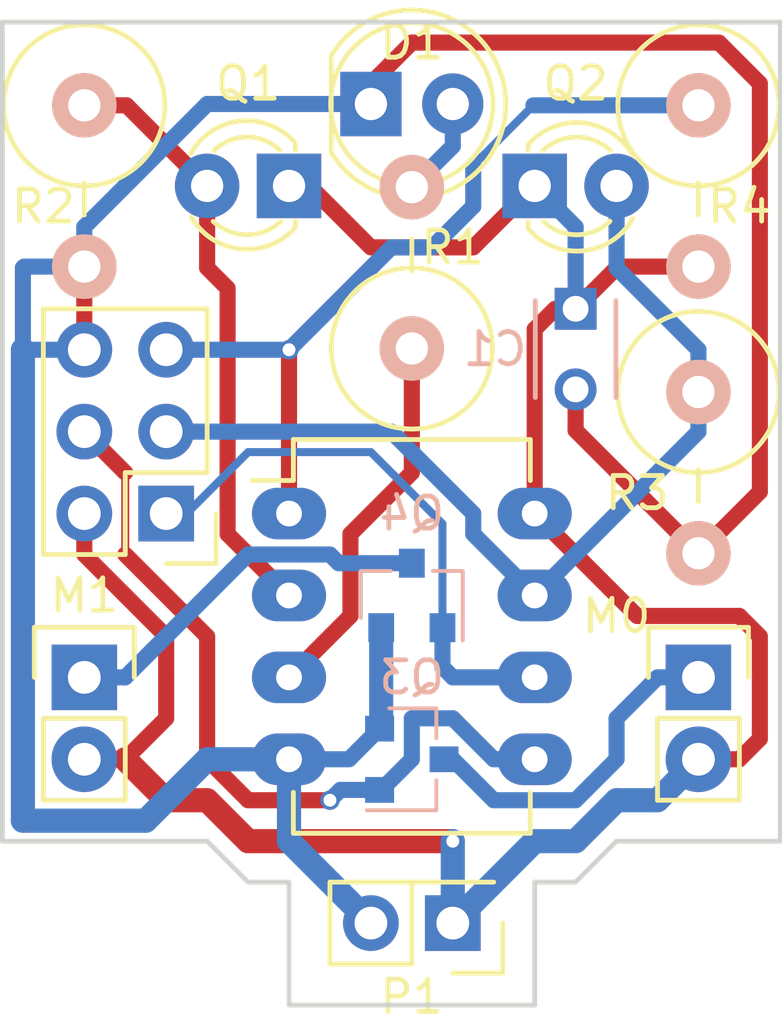
<source format=kicad_pcb>
(kicad_pcb (version 4) (host pcbnew 4.0.5)

  (general
    (links 31)
    (no_connects 0)
    (area 135.49412 62.144 165.053334 96.631)
    (thickness 1.6)
    (drawings 13)
    (tracks 127)
    (zones 0)
    (modules 15)
    (nets 12)
  )

  (page A4)
  (layers
    (0 F.Cu signal)
    (31 B.Cu signal)
    (32 B.Adhes user)
    (33 F.Adhes user)
    (34 B.Paste user)
    (35 F.Paste user)
    (36 B.SilkS user)
    (37 F.SilkS user)
    (38 B.Mask user)
    (39 F.Mask user)
    (40 Dwgs.User user)
    (41 Cmts.User user)
    (42 Eco1.User user)
    (43 Eco2.User user)
    (44 Edge.Cuts user)
    (45 Margin user)
    (46 B.CrtYd user)
    (47 F.CrtYd user)
    (48 B.Fab user)
    (49 F.Fab user)
  )

  (setup
    (last_trace_width 0.5)
    (user_trace_width 0.25)
    (user_trace_width 0.5)
    (user_trace_width 0.75)
    (user_trace_width 1)
    (trace_clearance 0.2)
    (zone_clearance 0.508)
    (zone_45_only no)
    (trace_min 0.2)
    (segment_width 0.2)
    (edge_width 0.15)
    (via_size 0.6)
    (via_drill 0.4)
    (via_min_size 0.4)
    (via_min_drill 0.3)
    (uvia_size 0.3)
    (uvia_drill 0.1)
    (uvias_allowed no)
    (uvia_min_size 0.2)
    (uvia_min_drill 0.1)
    (pcb_text_width 0.3)
    (pcb_text_size 1.5 1.5)
    (mod_edge_width 0.15)
    (mod_text_size 1 1)
    (mod_text_width 0.15)
    (pad_size 2.032 2.032)
    (pad_drill 1.016)
    (pad_to_mask_clearance 0.2)
    (aux_axis_origin 0 0)
    (grid_origin 149.86 82.296)
    (visible_elements FFFFFF7F)
    (pcbplotparams
      (layerselection 0x00030_80000001)
      (usegerberextensions false)
      (excludeedgelayer true)
      (linewidth 0.100000)
      (plotframeref false)
      (viasonmask false)
      (mode 1)
      (useauxorigin false)
      (hpglpennumber 1)
      (hpglpenspeed 20)
      (hpglpendiameter 15)
      (hpglpenoverlay 2)
      (psnegative false)
      (psa4output false)
      (plotreference true)
      (plotvalue true)
      (plotinvisibletext false)
      (padsonsilk false)
      (subtractmaskfromsilk false)
      (outputformat 1)
      (mirror false)
      (drillshape 1)
      (scaleselection 1)
      (outputdirectory ""))
  )

  (net 0 "")
  (net 1 +3V3)
  (net 2 GND)
  (net 3 "Net-(D1-Pad2)")
  (net 4 PB5)
  (net 5 "Net-(IC1-Pad2)")
  (net 6 "Net-(IC1-Pad3)")
  (net 7 PB0)
  (net 8 PB1)
  (net 9 "Net-(IC1-Pad7)")
  (net 10 "Net-(M0-Pad1)")
  (net 11 "Net-(M1-Pad1)")

  (net_class Default "This is the default net class."
    (clearance 0.2)
    (trace_width 0.25)
    (via_dia 0.6)
    (via_drill 0.4)
    (uvia_dia 0.3)
    (uvia_drill 0.1)
    (add_net +3V3)
    (add_net GND)
    (add_net "Net-(D1-Pad2)")
    (add_net "Net-(IC1-Pad2)")
    (add_net "Net-(IC1-Pad3)")
    (add_net "Net-(IC1-Pad7)")
    (add_net "Net-(M0-Pad1)")
    (add_net "Net-(M1-Pad1)")
    (add_net PB0)
    (add_net PB1)
    (add_net PB5)
  )

  (net_class Large ""
    (clearance 0.2)
    (trace_width 0.75)
    (via_dia 0.6)
    (via_drill 0.4)
    (uvia_dia 0.3)
    (uvia_drill 0.1)
  )

  (net_class Medium ""
    (clearance 0.2)
    (trace_width 0.5)
    (via_dia 0.6)
    (via_drill 0.4)
    (uvia_dia 0.3)
    (uvia_drill 0.1)
  )

  (module Capacitors_ThroughHole:C_Disc_D3_P2.5 (layer B.Cu) (tedit 586B3F77) (tstamp 5863FFB3)
    (at 156.21 73.406 270)
    (descr "Capacitor 3mm Disc, Pitch 2.5mm")
    (tags Capacitor)
    (path /58603FF2)
    (fp_text reference C1 (at 1.25 2.5 360) (layer B.SilkS)
      (effects (font (size 1 1) (thickness 0.15)) (justify mirror))
    )
    (fp_text value 10uf (at 1.25 -2.5 270) (layer B.Fab) hide
      (effects (font (size 1 1) (thickness 0.15)) (justify mirror))
    )
    (fp_line (start -0.9 1.5) (end 3.4 1.5) (layer B.CrtYd) (width 0.05))
    (fp_line (start 3.4 1.5) (end 3.4 -1.5) (layer B.CrtYd) (width 0.05))
    (fp_line (start 3.4 -1.5) (end -0.9 -1.5) (layer B.CrtYd) (width 0.05))
    (fp_line (start -0.9 -1.5) (end -0.9 1.5) (layer B.CrtYd) (width 0.05))
    (fp_line (start -0.25 1.25) (end 2.75 1.25) (layer B.SilkS) (width 0.15))
    (fp_line (start 2.75 -1.25) (end -0.25 -1.25) (layer B.SilkS) (width 0.15))
    (pad 1 thru_hole rect (at 0 0 270) (size 1.3 1.3) (drill 0.8) (layers *.Cu *.Mask)
      (net 1 +3V3))
    (pad 2 thru_hole circle (at 2.5 0 270) (size 1.3 1.3) (drill 0.8001) (layers *.Cu *.Mask)
      (net 2 GND))
    (model Capacitors_ThroughHole.3dshapes/C_Disc_D3_P2.5.wrl
      (at (xyz 0.0492126 0 0))
      (scale (xyz 1 1 1))
      (rotate (xyz 0 0 0))
    )
  )

  (module LEDs:LED-5MM (layer F.Cu) (tedit 586B3ECA) (tstamp 5863FFBF)
    (at 149.86 67.056)
    (descr "LED 5mm round vertical")
    (tags "LED 5mm round vertical")
    (path /585EB84A)
    (fp_text reference D1 (at 1.27 -1.905) (layer F.SilkS)
      (effects (font (size 1 1) (thickness 0.15)))
    )
    (fp_text value "Red LED" (at 1.524 -3.937) (layer F.Fab) hide
      (effects (font (size 1 1) (thickness 0.15)))
    )
    (fp_line (start -1.5 -1.55) (end -1.5 1.55) (layer F.CrtYd) (width 0.05))
    (fp_arc (start 1.3 0) (end -1.5 1.55) (angle -302) (layer F.CrtYd) (width 0.05))
    (fp_arc (start 1.27 0) (end -1.23 -1.5) (angle 297.5) (layer F.SilkS) (width 0.15))
    (fp_line (start -1.23 1.5) (end -1.23 -1.5) (layer F.SilkS) (width 0.15))
    (fp_circle (center 1.27 0) (end 0.97 -2.5) (layer F.SilkS) (width 0.15))
    (fp_text user K (at -1.905 1.905) (layer F.SilkS) hide
      (effects (font (size 1 1) (thickness 0.15)))
    )
    (pad 1 thru_hole rect (at 0 0 90) (size 2 1.9) (drill 1.00076) (layers *.Cu *.Mask)
      (net 2 GND))
    (pad 2 thru_hole circle (at 2.54 0) (size 1.9 1.9) (drill 1.00076) (layers *.Cu *.Mask)
      (net 3 "Net-(D1-Pad2)"))
    (model LEDs.3dshapes/LED-5MM.wrl
      (at (xyz 0.05 0 0))
      (scale (xyz 1 1 1))
      (rotate (xyz 0 0 90))
    )
  )

  (module Housings_DIP:DIP-8_W7.62mm_LongPads (layer F.Cu) (tedit 586AB911) (tstamp 5863FFD6)
    (at 147.32 79.756)
    (descr "8-lead dip package, row spacing 7.62 mm (300 mils), longer pads")
    (tags "dil dip 2.54 300")
    (path /585D596B)
    (fp_text reference IC1 (at 3.81 10.16) (layer F.SilkS) hide
      (effects (font (size 1 1) (thickness 0.15)))
    )
    (fp_text value ATTINY85-P (at 0 -3.72) (layer F.Fab) hide
      (effects (font (size 1 1) (thickness 0.15)))
    )
    (fp_line (start -1.4 -2.45) (end -1.4 10.1) (layer F.CrtYd) (width 0.05))
    (fp_line (start 9 -2.45) (end 9 10.1) (layer F.CrtYd) (width 0.05))
    (fp_line (start -1.4 -2.45) (end 9 -2.45) (layer F.CrtYd) (width 0.05))
    (fp_line (start -1.4 10.1) (end 9 10.1) (layer F.CrtYd) (width 0.05))
    (fp_line (start 0.135 -2.295) (end 0.135 -1.025) (layer F.SilkS) (width 0.15))
    (fp_line (start 7.485 -2.295) (end 7.485 -1.025) (layer F.SilkS) (width 0.15))
    (fp_line (start 7.485 9.915) (end 7.485 8.645) (layer F.SilkS) (width 0.15))
    (fp_line (start 0.135 9.915) (end 0.135 8.645) (layer F.SilkS) (width 0.15))
    (fp_line (start 0.135 -2.295) (end 7.485 -2.295) (layer F.SilkS) (width 0.15))
    (fp_line (start 0.135 9.915) (end 7.485 9.915) (layer F.SilkS) (width 0.15))
    (fp_line (start 0.135 -1.025) (end -1.15 -1.025) (layer F.SilkS) (width 0.15))
    (pad 1 thru_hole oval (at 0 0) (size 2.3 1.6) (drill 0.8) (layers *.Cu *.Mask)
      (net 4 PB5))
    (pad 2 thru_hole oval (at 0 2.54) (size 2.3 1.6) (drill 0.8) (layers *.Cu *.Mask)
      (net 5 "Net-(IC1-Pad2)"))
    (pad 3 thru_hole oval (at 0 5.08) (size 2.3 1.6) (drill 0.8) (layers *.Cu *.Mask)
      (net 6 "Net-(IC1-Pad3)"))
    (pad 4 thru_hole oval (at 0 7.62) (size 2.3 1.6) (drill 0.8) (layers *.Cu *.Mask)
      (net 2 GND))
    (pad 5 thru_hole oval (at 7.62 7.62) (size 2.3 1.6) (drill 0.8) (layers *.Cu *.Mask)
      (net 7 PB0))
    (pad 6 thru_hole oval (at 7.62 5.08) (size 2.3 1.6) (drill 0.8) (layers *.Cu *.Mask)
      (net 8 PB1))
    (pad 7 thru_hole oval (at 7.62 2.54) (size 2.3 1.6) (drill 0.8) (layers *.Cu *.Mask)
      (net 9 "Net-(IC1-Pad7)"))
    (pad 8 thru_hole oval (at 7.62 0) (size 2.3 1.6) (drill 0.8) (layers *.Cu *.Mask)
      (net 1 +3V3))
    (model Housings_DIP.3dshapes/DIP-8_W7.62mm_LongPads.wrl
      (at (xyz 0 0 0))
      (scale (xyz 1 1 1))
      (rotate (xyz 0 0 0))
    )
  )

  (module Pin_Headers:Pin_Header_Straight_2x03 (layer F.Cu) (tedit 586403B1) (tstamp 5863FFED)
    (at 143.51 79.756 180)
    (descr "Through hole pin header")
    (tags "pin header")
    (path /585EDFD6)
    (fp_text reference ISP1 (at 0 -5.1 180) (layer F.SilkS) hide
      (effects (font (size 1 1) (thickness 0.15)))
    )
    (fp_text value AVR-ISP-6 (at 0 -3.1 180) (layer F.Fab) hide
      (effects (font (size 1 1) (thickness 0.15)))
    )
    (fp_line (start -1.27 1.27) (end -1.27 6.35) (layer F.SilkS) (width 0.15))
    (fp_line (start -1.55 -1.55) (end 0 -1.55) (layer F.SilkS) (width 0.15))
    (fp_line (start -1.75 -1.75) (end -1.75 6.85) (layer F.CrtYd) (width 0.05))
    (fp_line (start 4.3 -1.75) (end 4.3 6.85) (layer F.CrtYd) (width 0.05))
    (fp_line (start -1.75 -1.75) (end 4.3 -1.75) (layer F.CrtYd) (width 0.05))
    (fp_line (start -1.75 6.85) (end 4.3 6.85) (layer F.CrtYd) (width 0.05))
    (fp_line (start 1.27 -1.27) (end 1.27 1.27) (layer F.SilkS) (width 0.15))
    (fp_line (start 1.27 1.27) (end -1.27 1.27) (layer F.SilkS) (width 0.15))
    (fp_line (start -1.27 6.35) (end 3.81 6.35) (layer F.SilkS) (width 0.15))
    (fp_line (start 3.81 6.35) (end 3.81 1.27) (layer F.SilkS) (width 0.15))
    (fp_line (start -1.55 -1.55) (end -1.55 0) (layer F.SilkS) (width 0.15))
    (fp_line (start 3.81 -1.27) (end 1.27 -1.27) (layer F.SilkS) (width 0.15))
    (fp_line (start 3.81 1.27) (end 3.81 -1.27) (layer F.SilkS) (width 0.15))
    (pad 1 thru_hole rect (at 0 0 180) (size 1.7272 1.7272) (drill 1.016) (layers *.Cu *.Mask)
      (net 8 PB1))
    (pad 2 thru_hole oval (at 2.54 0 180) (size 1.7272 1.7272) (drill 1.016) (layers *.Cu *.Mask)
      (net 1 +3V3))
    (pad 3 thru_hole oval (at 0 2.54 180) (size 1.7272 1.7272) (drill 1.016) (layers *.Cu *.Mask)
      (net 9 "Net-(IC1-Pad7)"))
    (pad 4 thru_hole oval (at 2.54 2.54 180) (size 1.7272 1.7272) (drill 1.016) (layers *.Cu *.Mask)
      (net 7 PB0))
    (pad 5 thru_hole oval (at 0 5.08 180) (size 1.7272 1.7272) (drill 1.016) (layers *.Cu *.Mask)
      (net 4 PB5))
    (pad 6 thru_hole oval (at 2.54 5.08 180) (size 1.7272 1.7272) (drill 1.016) (layers *.Cu *.Mask)
      (net 2 GND))
    (model Pin_Headers.3dshapes/Pin_Header_Straight_2x03.wrl
      (at (xyz 0.05 -0.1 0))
      (scale (xyz 1 1 1))
      (rotate (xyz 0 0 90))
    )
  )

  (module Pin_Headers:Pin_Header_Straight_1x02 (layer F.Cu) (tedit 586B3F1F) (tstamp 5863FFFE)
    (at 160.02 84.836)
    (descr "Through hole pin header")
    (tags "pin header")
    (path /585ED62A)
    (fp_text reference M0 (at -2.54 -1.905) (layer F.SilkS)
      (effects (font (size 1 1) (thickness 0.15)))
    )
    (fp_text value CONN_01X02 (at 0 -3.1) (layer F.Fab) hide
      (effects (font (size 1 1) (thickness 0.15)))
    )
    (fp_line (start 1.27 1.27) (end 1.27 3.81) (layer F.SilkS) (width 0.15))
    (fp_line (start 1.55 -1.55) (end 1.55 0) (layer F.SilkS) (width 0.15))
    (fp_line (start -1.75 -1.75) (end -1.75 4.3) (layer F.CrtYd) (width 0.05))
    (fp_line (start 1.75 -1.75) (end 1.75 4.3) (layer F.CrtYd) (width 0.05))
    (fp_line (start -1.75 -1.75) (end 1.75 -1.75) (layer F.CrtYd) (width 0.05))
    (fp_line (start -1.75 4.3) (end 1.75 4.3) (layer F.CrtYd) (width 0.05))
    (fp_line (start 1.27 1.27) (end -1.27 1.27) (layer F.SilkS) (width 0.15))
    (fp_line (start -1.55 0) (end -1.55 -1.55) (layer F.SilkS) (width 0.15))
    (fp_line (start -1.55 -1.55) (end 1.55 -1.55) (layer F.SilkS) (width 0.15))
    (fp_line (start -1.27 1.27) (end -1.27 3.81) (layer F.SilkS) (width 0.15))
    (fp_line (start -1.27 3.81) (end 1.27 3.81) (layer F.SilkS) (width 0.15))
    (pad 1 thru_hole rect (at 0 0) (size 2.032 2.032) (drill 1.016) (layers *.Cu *.Mask)
      (net 10 "Net-(M0-Pad1)"))
    (pad 2 thru_hole oval (at 0 2.54) (size 2.032 2.032) (drill 1.016) (layers *.Cu *.Mask)
      (net 1 +3V3))
    (model Pin_Headers.3dshapes/Pin_Header_Straight_1x02.wrl
      (at (xyz 0 -0.05 0))
      (scale (xyz 1 1 1))
      (rotate (xyz 0 0 90))
    )
  )

  (module Pin_Headers:Pin_Header_Straight_1x02 (layer F.Cu) (tedit 586B3F16) (tstamp 5864000F)
    (at 140.97 84.836)
    (descr "Through hole pin header")
    (tags "pin header")
    (path /585ED9F8)
    (fp_text reference M1 (at 0 -2.54) (layer F.SilkS)
      (effects (font (size 1 1) (thickness 0.15)))
    )
    (fp_text value CONN_01X02 (at 0 -3.1) (layer F.Fab) hide
      (effects (font (size 1 1) (thickness 0.15)))
    )
    (fp_line (start 1.27 1.27) (end 1.27 3.81) (layer F.SilkS) (width 0.15))
    (fp_line (start 1.55 -1.55) (end 1.55 0) (layer F.SilkS) (width 0.15))
    (fp_line (start -1.75 -1.75) (end -1.75 4.3) (layer F.CrtYd) (width 0.05))
    (fp_line (start 1.75 -1.75) (end 1.75 4.3) (layer F.CrtYd) (width 0.05))
    (fp_line (start -1.75 -1.75) (end 1.75 -1.75) (layer F.CrtYd) (width 0.05))
    (fp_line (start -1.75 4.3) (end 1.75 4.3) (layer F.CrtYd) (width 0.05))
    (fp_line (start 1.27 1.27) (end -1.27 1.27) (layer F.SilkS) (width 0.15))
    (fp_line (start -1.55 0) (end -1.55 -1.55) (layer F.SilkS) (width 0.15))
    (fp_line (start -1.55 -1.55) (end 1.55 -1.55) (layer F.SilkS) (width 0.15))
    (fp_line (start -1.27 1.27) (end -1.27 3.81) (layer F.SilkS) (width 0.15))
    (fp_line (start -1.27 3.81) (end 1.27 3.81) (layer F.SilkS) (width 0.15))
    (pad 1 thru_hole rect (at 0 0) (size 2.032 2.032) (drill 1.016) (layers *.Cu *.Mask)
      (net 11 "Net-(M1-Pad1)"))
    (pad 2 thru_hole oval (at 0 2.54) (size 2.032 2.032) (drill 1.016) (layers *.Cu *.Mask)
      (net 1 +3V3))
    (model Pin_Headers.3dshapes/Pin_Header_Straight_1x02.wrl
      (at (xyz 0 -0.05 0))
      (scale (xyz 1 1 1))
      (rotate (xyz 0 0 90))
    )
  )

  (module Pin_Headers:Pin_Header_Straight_2x01 (layer F.Cu) (tedit 586404B8) (tstamp 58640020)
    (at 152.4 92.456 180)
    (descr "Through hole pin header")
    (tags "pin header")
    (path /58603AEC)
    (fp_text reference P1 (at 1.27 -2.286 180) (layer F.SilkS)
      (effects (font (size 1 1) (thickness 0.15)))
    )
    (fp_text value CONN_01X02 (at 0 -3.1 180) (layer F.Fab) hide
      (effects (font (size 1 1) (thickness 0.15)))
    )
    (fp_line (start -1.75 -1.75) (end -1.75 1.75) (layer F.CrtYd) (width 0.05))
    (fp_line (start 4.3 -1.75) (end 4.3 1.75) (layer F.CrtYd) (width 0.05))
    (fp_line (start -1.75 -1.75) (end 4.3 -1.75) (layer F.CrtYd) (width 0.05))
    (fp_line (start -1.75 1.75) (end 4.3 1.75) (layer F.CrtYd) (width 0.05))
    (fp_line (start -1.55 0) (end -1.55 -1.55) (layer F.SilkS) (width 0.15))
    (fp_line (start 0 -1.55) (end -1.55 -1.55) (layer F.SilkS) (width 0.15))
    (fp_line (start -1.27 1.27) (end 1.27 1.27) (layer F.SilkS) (width 0.15))
    (fp_line (start 3.81 -1.27) (end 1.27 -1.27) (layer F.SilkS) (width 0.15))
    (fp_line (start 1.27 -1.27) (end 1.27 1.27) (layer F.SilkS) (width 0.15))
    (fp_line (start 1.27 1.27) (end 3.81 1.27) (layer F.SilkS) (width 0.15))
    (fp_line (start 3.81 1.27) (end 3.81 -1.27) (layer F.SilkS) (width 0.15))
    (pad 1 thru_hole rect (at 0 0 180) (size 1.7272 1.7272) (drill 1.016) (layers *.Cu *.Mask)
      (net 1 +3V3))
    (pad 2 thru_hole oval (at 2.54 0 180) (size 1.7272 1.7272) (drill 1.016) (layers *.Cu *.Mask)
      (net 2 GND))
    (model Pin_Headers.3dshapes/Pin_Header_Straight_2x01.wrl
      (at (xyz 0.05 0 0))
      (scale (xyz 1 1 1))
      (rotate (xyz 0 0 90))
    )
  )

  (module LEDs:LED-3MM (layer F.Cu) (tedit 586B3F6C) (tstamp 58640031)
    (at 147.32 69.596 180)
    (descr "LED 3mm round vertical")
    (tags "LED  3mm round vertical")
    (path /585EBACA)
    (fp_text reference Q1 (at 1.27 3.175 180) (layer F.SilkS)
      (effects (font (size 1 1) (thickness 0.15)))
    )
    (fp_text value Photo_NPN (at 1.3 -2.9 180) (layer F.Fab) hide
      (effects (font (size 1 1) (thickness 0.15)))
    )
    (fp_line (start -1.2 2.3) (end 3.8 2.3) (layer F.CrtYd) (width 0.05))
    (fp_line (start 3.8 2.3) (end 3.8 -2.2) (layer F.CrtYd) (width 0.05))
    (fp_line (start 3.8 -2.2) (end -1.2 -2.2) (layer F.CrtYd) (width 0.05))
    (fp_line (start -1.2 -2.2) (end -1.2 2.3) (layer F.CrtYd) (width 0.05))
    (fp_line (start -0.199 1.314) (end -0.199 1.114) (layer F.SilkS) (width 0.15))
    (fp_line (start -0.199 -1.28) (end -0.199 -1.1) (layer F.SilkS) (width 0.15))
    (fp_arc (start 1.301 0.034) (end -0.199 -1.286) (angle 108.5) (layer F.SilkS) (width 0.15))
    (fp_arc (start 1.301 0.034) (end 0.25 -1.1) (angle 85.7) (layer F.SilkS) (width 0.15))
    (fp_arc (start 1.311 0.034) (end 3.051 0.994) (angle 110) (layer F.SilkS) (width 0.15))
    (fp_arc (start 1.301 0.034) (end 2.335 1.094) (angle 87.5) (layer F.SilkS) (width 0.15))
    (fp_text user K (at -1.69 1.74 180) (layer F.SilkS) hide
      (effects (font (size 1 1) (thickness 0.15)))
    )
    (pad 1 thru_hole rect (at 0 0 270) (size 2 2) (drill 1.00076) (layers *.Cu *.Mask)
      (net 1 +3V3))
    (pad 2 thru_hole circle (at 2.54 0 180) (size 2 2) (drill 1.00076) (layers *.Cu *.Mask)
      (net 5 "Net-(IC1-Pad2)"))
    (model LEDs.3dshapes/LED-3MM.wrl
      (at (xyz 0.05 0 0))
      (scale (xyz 1 1 1))
      (rotate (xyz 0 0 90))
    )
  )

  (module LEDs:LED-3MM (layer F.Cu) (tedit 586B3F68) (tstamp 58640042)
    (at 154.94 69.596)
    (descr "LED 3mm round vertical")
    (tags "LED  3mm round vertical")
    (path /585EC75E)
    (fp_text reference Q2 (at 1.27 -3.175) (layer F.SilkS)
      (effects (font (size 1 1) (thickness 0.15)))
    )
    (fp_text value Photo_NPN (at 1.3 -2.9) (layer F.Fab) hide
      (effects (font (size 1 1) (thickness 0.15)))
    )
    (fp_line (start -1.2 2.3) (end 3.8 2.3) (layer F.CrtYd) (width 0.05))
    (fp_line (start 3.8 2.3) (end 3.8 -2.2) (layer F.CrtYd) (width 0.05))
    (fp_line (start 3.8 -2.2) (end -1.2 -2.2) (layer F.CrtYd) (width 0.05))
    (fp_line (start -1.2 -2.2) (end -1.2 2.3) (layer F.CrtYd) (width 0.05))
    (fp_line (start -0.199 1.314) (end -0.199 1.114) (layer F.SilkS) (width 0.15))
    (fp_line (start -0.199 -1.28) (end -0.199 -1.1) (layer F.SilkS) (width 0.15))
    (fp_arc (start 1.301 0.034) (end -0.199 -1.286) (angle 108.5) (layer F.SilkS) (width 0.15))
    (fp_arc (start 1.301 0.034) (end 0.25 -1.1) (angle 85.7) (layer F.SilkS) (width 0.15))
    (fp_arc (start 1.311 0.034) (end 3.051 0.994) (angle 110) (layer F.SilkS) (width 0.15))
    (fp_arc (start 1.301 0.034) (end 2.335 1.094) (angle 87.5) (layer F.SilkS) (width 0.15))
    (fp_text user K (at -1.69 1.74) (layer F.SilkS) hide
      (effects (font (size 1 1) (thickness 0.15)))
    )
    (pad 1 thru_hole rect (at 0 0 90) (size 2 2) (drill 1.00076) (layers *.Cu *.Mask)
      (net 1 +3V3))
    (pad 2 thru_hole circle (at 2.54 0) (size 2 2) (drill 1.00076) (layers *.Cu *.Mask)
      (net 9 "Net-(IC1-Pad7)"))
    (model LEDs.3dshapes/LED-3MM.wrl
      (at (xyz 0.05 0 0))
      (scale (xyz 1 1 1))
      (rotate (xyz 0 0 90))
    )
  )

  (module TO_SOT_Packages_SMD:SOT-23 (layer B.Cu) (tedit 586B3F5C) (tstamp 58640055)
    (at 151.13 87.376)
    (descr "SOT-23, Standard")
    (tags SOT-23)
    (path /585ED3ED)
    (attr smd)
    (fp_text reference Q3 (at 0 -2.54) (layer B.SilkS)
      (effects (font (size 1 1) (thickness 0.15)) (justify mirror))
    )
    (fp_text value 2N7002 (at 0 -2.5) (layer B.Fab) hide
      (effects (font (size 1 1) (thickness 0.15)) (justify mirror))
    )
    (fp_line (start 0.76 -1.58) (end 0.76 -0.65) (layer B.SilkS) (width 0.12))
    (fp_line (start 0.76 1.58) (end 0.76 0.65) (layer B.SilkS) (width 0.12))
    (fp_line (start 0.7 1.52) (end 0.7 -1.52) (layer B.Fab) (width 0.15))
    (fp_line (start -0.7 -1.52) (end 0.7 -1.52) (layer B.Fab) (width 0.15))
    (fp_line (start -1.7 1.75) (end 1.7 1.75) (layer B.CrtYd) (width 0.05))
    (fp_line (start 1.7 1.75) (end 1.7 -1.75) (layer B.CrtYd) (width 0.05))
    (fp_line (start 1.7 -1.75) (end -1.7 -1.75) (layer B.CrtYd) (width 0.05))
    (fp_line (start -1.7 -1.75) (end -1.7 1.75) (layer B.CrtYd) (width 0.05))
    (fp_line (start 0.76 1.58) (end -1.4 1.58) (layer B.SilkS) (width 0.12))
    (fp_line (start -0.7 1.52) (end 0.7 1.52) (layer B.Fab) (width 0.15))
    (fp_line (start -0.7 1.52) (end -0.7 -1.52) (layer B.Fab) (width 0.15))
    (fp_line (start 0.76 -1.58) (end -0.7 -1.58) (layer B.SilkS) (width 0.12))
    (pad 1 smd rect (at -1 0.95) (size 0.9 0.8) (layers B.Cu B.Paste B.Mask)
      (net 7 PB0))
    (pad 2 smd rect (at -1 -0.95) (size 0.9 0.8) (layers B.Cu B.Paste B.Mask)
      (net 2 GND))
    (pad 3 smd rect (at 1 0) (size 0.9 0.8) (layers B.Cu B.Paste B.Mask)
      (net 10 "Net-(M0-Pad1)"))
    (model TO_SOT_Packages_SMD.3dshapes/SOT-23.wrl
      (at (xyz 0 0 0))
      (scale (xyz 1 1 1))
      (rotate (xyz 0 0 90))
    )
  )

  (module TO_SOT_Packages_SMD:SOT-23 (layer B.Cu) (tedit 586B3F57) (tstamp 58640068)
    (at 151.13 82.296 90)
    (descr "SOT-23, Standard")
    (tags SOT-23)
    (path /585ED9E5)
    (attr smd)
    (fp_text reference Q4 (at 2.54 0 180) (layer B.SilkS)
      (effects (font (size 1 1) (thickness 0.15)) (justify mirror))
    )
    (fp_text value 2N7002 (at 0 -2.5 90) (layer B.Fab) hide
      (effects (font (size 1 1) (thickness 0.15)) (justify mirror))
    )
    (fp_line (start 0.76 -1.58) (end 0.76 -0.65) (layer B.SilkS) (width 0.12))
    (fp_line (start 0.76 1.58) (end 0.76 0.65) (layer B.SilkS) (width 0.12))
    (fp_line (start 0.7 1.52) (end 0.7 -1.52) (layer B.Fab) (width 0.15))
    (fp_line (start -0.7 -1.52) (end 0.7 -1.52) (layer B.Fab) (width 0.15))
    (fp_line (start -1.7 1.75) (end 1.7 1.75) (layer B.CrtYd) (width 0.05))
    (fp_line (start 1.7 1.75) (end 1.7 -1.75) (layer B.CrtYd) (width 0.05))
    (fp_line (start 1.7 -1.75) (end -1.7 -1.75) (layer B.CrtYd) (width 0.05))
    (fp_line (start -1.7 -1.75) (end -1.7 1.75) (layer B.CrtYd) (width 0.05))
    (fp_line (start 0.76 1.58) (end -1.4 1.58) (layer B.SilkS) (width 0.12))
    (fp_line (start -0.7 1.52) (end 0.7 1.52) (layer B.Fab) (width 0.15))
    (fp_line (start -0.7 1.52) (end -0.7 -1.52) (layer B.Fab) (width 0.15))
    (fp_line (start 0.76 -1.58) (end -0.7 -1.58) (layer B.SilkS) (width 0.12))
    (pad 1 smd rect (at -1 0.95 90) (size 0.9 0.8) (layers B.Cu B.Paste B.Mask)
      (net 8 PB1))
    (pad 2 smd rect (at -1 -0.95 90) (size 0.9 0.8) (layers B.Cu B.Paste B.Mask)
      (net 2 GND))
    (pad 3 smd rect (at 1 0 90) (size 0.9 0.8) (layers B.Cu B.Paste B.Mask)
      (net 11 "Net-(M1-Pad1)"))
    (model TO_SOT_Packages_SMD.3dshapes/SOT-23.wrl
      (at (xyz 0 0 0))
      (scale (xyz 1 1 1))
      (rotate (xyz 0 0 90))
    )
  )

  (module Resistors_ThroughHole:Resistor_Vertical_RM5mm (layer F.Cu) (tedit 586B3EE4) (tstamp 58640070)
    (at 151.13 72.136 90)
    (descr "Resistor, Vertical, RM 5mm, 1/3W,")
    (tags "Resistor, Vertical, RM 5mm, 1/3W,")
    (path /585DA145)
    (fp_text reference R1 (at 0.635 1.27 180) (layer F.SilkS)
      (effects (font (size 1 1) (thickness 0.15)))
    )
    (fp_text value 330 (at 0 4.50088 90) (layer F.Fab) hide
      (effects (font (size 1 1) (thickness 0.15)))
    )
    (fp_line (start -0.09906 0) (end 0.9017 0) (layer F.SilkS) (width 0.15))
    (fp_circle (center -2.49936 0) (end 0 0) (layer F.SilkS) (width 0.15))
    (pad 1 thru_hole circle (at -2.49936 0 90) (size 1.99898 1.99898) (drill 1.00076) (layers *.Cu *.SilkS *.Mask)
      (net 6 "Net-(IC1-Pad3)"))
    (pad 2 thru_hole circle (at 2.5019 0 90) (size 1.99898 1.99898) (drill 1.00076) (layers *.Cu *.SilkS *.Mask)
      (net 3 "Net-(D1-Pad2)"))
  )

  (module Resistors_ThroughHole:Resistor_Vertical_RM5mm (layer F.Cu) (tedit 586B3ED4) (tstamp 58640078)
    (at 140.97 69.596 270)
    (descr "Resistor, Vertical, RM 5mm, 1/3W,")
    (tags "Resistor, Vertical, RM 5mm, 1/3W,")
    (path /585EC343)
    (fp_text reference R2 (at 0.635 1.27 360) (layer F.SilkS)
      (effects (font (size 1 1) (thickness 0.15)))
    )
    (fp_text value 10k (at 0 4.50088 270) (layer F.Fab) hide
      (effects (font (size 1 1) (thickness 0.15)))
    )
    (fp_line (start -0.09906 0) (end 0.9017 0) (layer F.SilkS) (width 0.15))
    (fp_circle (center -2.49936 0) (end 0 0) (layer F.SilkS) (width 0.15))
    (pad 1 thru_hole circle (at -2.49936 0 270) (size 1.99898 1.99898) (drill 1.00076) (layers *.Cu *.SilkS *.Mask)
      (net 5 "Net-(IC1-Pad2)"))
    (pad 2 thru_hole circle (at 2.5019 0 270) (size 1.99898 1.99898) (drill 1.00076) (layers *.Cu *.SilkS *.Mask)
      (net 2 GND))
  )

  (module Resistors_ThroughHole:Resistor_Vertical_RM5mm (layer F.Cu) (tedit 586B3EB1) (tstamp 58640080)
    (at 160.02 78.486 270)
    (descr "Resistor, Vertical, RM 5mm, 1/3W,")
    (tags "Resistor, Vertical, RM 5mm, 1/3W,")
    (path /585EC774)
    (fp_text reference R3 (at 0.635 1.905 360) (layer F.SilkS)
      (effects (font (size 1 1) (thickness 0.15)))
    )
    (fp_text value 10k (at 0 4.50088 270) (layer F.Fab) hide
      (effects (font (size 1 1) (thickness 0.15)))
    )
    (fp_line (start -0.09906 0) (end 0.9017 0) (layer F.SilkS) (width 0.15))
    (fp_circle (center -2.49936 0) (end 0 0) (layer F.SilkS) (width 0.15))
    (pad 1 thru_hole circle (at -2.49936 0 270) (size 1.99898 1.99898) (drill 1.00076) (layers *.Cu *.SilkS *.Mask)
      (net 9 "Net-(IC1-Pad7)"))
    (pad 2 thru_hole circle (at 2.5019 0 270) (size 1.99898 1.99898) (drill 1.00076) (layers *.Cu *.SilkS *.Mask)
      (net 2 GND))
  )

  (module Resistors_ThroughHole:Resistor_Vertical_RM5mm (layer F.Cu) (tedit 586B3EEB) (tstamp 58640088)
    (at 160.02 69.596 270)
    (descr "Resistor, Vertical, RM 5mm, 1/3W,")
    (tags "Resistor, Vertical, RM 5mm, 1/3W,")
    (path /586046CF)
    (fp_text reference R4 (at 0.635 -1.27 360) (layer F.SilkS)
      (effects (font (size 1 1) (thickness 0.15)))
    )
    (fp_text value 10K (at 0 4.50088 270) (layer F.Fab) hide
      (effects (font (size 1 1) (thickness 0.15)))
    )
    (fp_line (start -0.09906 0) (end 0.9017 0) (layer F.SilkS) (width 0.15))
    (fp_circle (center -2.49936 0) (end 0 0) (layer F.SilkS) (width 0.15))
    (pad 1 thru_hole circle (at -2.49936 0 270) (size 1.99898 1.99898) (drill 1.00076) (layers *.Cu *.SilkS *.Mask)
      (net 4 PB5))
    (pad 2 thru_hole circle (at 2.5019 0 270) (size 1.99898 1.99898) (drill 1.00076) (layers *.Cu *.SilkS *.Mask)
      (net 1 +3V3))
  )

  (gr_line (start 138.43 64.516) (end 162.56 64.516) (angle 90) (layer Edge.Cuts) (width 0.15))
  (gr_line (start 138.43 89.916) (end 138.43 64.516) (angle 90) (layer Edge.Cuts) (width 0.15))
  (gr_line (start 144.78 89.916) (end 138.43 89.916) (angle 90) (layer Edge.Cuts) (width 0.15))
  (gr_line (start 146.05 91.186) (end 144.78 89.916) (angle 90) (layer Edge.Cuts) (width 0.15))
  (gr_line (start 147.32 91.186) (end 146.05 91.186) (angle 90) (layer Edge.Cuts) (width 0.15))
  (gr_line (start 147.32 92.456) (end 147.32 91.186) (angle 90) (layer Edge.Cuts) (width 0.15))
  (gr_line (start 147.32 94.996) (end 147.32 92.456) (angle 90) (layer Edge.Cuts) (width 0.15))
  (gr_line (start 154.94 94.996) (end 147.32 94.996) (angle 90) (layer Edge.Cuts) (width 0.15))
  (gr_line (start 154.94 91.186) (end 154.94 94.996) (angle 90) (layer Edge.Cuts) (width 0.15))
  (gr_line (start 156.21 91.186) (end 154.94 91.186) (angle 90) (layer Edge.Cuts) (width 0.15))
  (gr_line (start 157.48 89.916) (end 156.21 91.186) (angle 90) (layer Edge.Cuts) (width 0.15))
  (gr_line (start 162.56 89.916) (end 157.48 89.916) (angle 90) (layer Edge.Cuts) (width 0.15))
  (gr_line (start 162.56 64.516) (end 162.56 89.916) (angle 90) (layer Edge.Cuts) (width 0.15))

  (segment (start 154.94 69.596) (end 153.035 71.501) (width 0.5) (layer F.Cu) (net 1))
  (segment (start 153.035 71.501) (end 149.86 71.501) (width 0.5) (layer F.Cu) (net 1) (tstamp 586B35F7))
  (segment (start 149.86 71.501) (end 147.955 69.596) (width 0.5) (layer F.Cu) (net 1) (tstamp 586B35FA))
  (segment (start 147.955 69.596) (end 147.32 69.596) (width 0.25) (layer F.Cu) (net 1) (tstamp 586B35FC))
  (segment (start 156.21 73.406) (end 155.575 73.406) (width 0.25) (layer F.Cu) (net 1))
  (segment (start 155.575 73.406) (end 154.94 74.041) (width 0.5) (layer F.Cu) (net 1) (tstamp 586B35C2))
  (segment (start 154.94 74.041) (end 154.94 79.756) (width 0.5) (layer F.Cu) (net 1) (tstamp 586B35C6))
  (segment (start 160.02 72.0979) (end 157.5181 72.0979) (width 0.5) (layer F.Cu) (net 1))
  (segment (start 157.5181 72.0979) (end 156.21 73.406) (width 0.5) (layer F.Cu) (net 1) (tstamp 586B35BB))
  (segment (start 156.21 73.406) (end 156.21 70.866) (width 0.5) (layer B.Cu) (net 1))
  (segment (start 156.21 70.866) (end 154.94 69.596) (width 0.5) (layer B.Cu) (net 1) (tstamp 586B3582))
  (segment (start 160.02 87.376) (end 161.29 87.376) (width 0.5) (layer F.Cu) (net 1))
  (segment (start 158.115 82.931) (end 154.94 79.756) (width 0.5) (layer F.Cu) (net 1) (tstamp 586B2EAB))
  (segment (start 161.29 82.931) (end 158.115 82.931) (width 0.5) (layer F.Cu) (net 1) (tstamp 586B2EAA))
  (segment (start 161.925 83.566) (end 161.29 82.931) (width 0.5) (layer F.Cu) (net 1) (tstamp 586B2EA8))
  (segment (start 161.925 86.741) (end 161.925 83.566) (width 0.5) (layer F.Cu) (net 1) (tstamp 586B2EA4))
  (segment (start 161.29 87.376) (end 161.925 86.741) (width 0.5) (layer F.Cu) (net 1) (tstamp 586B2E97))
  (segment (start 140.97 87.376) (end 142.24 87.376) (width 0.25) (layer F.Cu) (net 1))
  (segment (start 142.24 87.376) (end 143.51 86.106) (width 0.5) (layer F.Cu) (net 1) (tstamp 586B2B40))
  (segment (start 143.51 86.106) (end 143.51 84.836) (width 0.5) (layer F.Cu) (net 1) (tstamp 586B2B43))
  (segment (start 143.51 84.836) (end 143.51 83.566) (width 0.5) (layer F.Cu) (net 1) (tstamp 586B2B45))
  (segment (start 143.51 83.566) (end 142.24 82.296) (width 0.5) (layer F.Cu) (net 1) (tstamp 586B2B47))
  (segment (start 142.24 82.296) (end 140.97 81.026) (width 0.5) (layer F.Cu) (net 1) (tstamp 586B2B4A))
  (segment (start 140.97 81.026) (end 140.97 79.756) (width 0.5) (layer F.Cu) (net 1) (tstamp 586B2B4B))
  (segment (start 152.4 89.916) (end 152.4 92.456) (width 0.75) (layer B.Cu) (net 1))
  (segment (start 142.24 87.376) (end 143.51 88.646) (width 0.75) (layer F.Cu) (net 1) (tstamp 586B2AAE))
  (segment (start 143.51 88.646) (end 144.78 88.646) (width 0.75) (layer F.Cu) (net 1) (tstamp 586B2AB1))
  (segment (start 144.78 88.646) (end 146.05 89.916) (width 0.75) (layer F.Cu) (net 1) (tstamp 586B2AB3))
  (segment (start 146.05 89.916) (end 152.4 89.916) (width 0.75) (layer F.Cu) (net 1) (tstamp 586B2AB6))
  (via (at 152.4 89.916) (size 0.6) (drill 0.4) (layers F.Cu B.Cu) (net 1))
  (segment (start 152.4 92.456) (end 154.94 89.916) (width 0.75) (layer B.Cu) (net 1))
  (segment (start 158.75 88.646) (end 160.02 87.376) (width 0.75) (layer B.Cu) (net 1) (tstamp 586ABF3B))
  (segment (start 157.48 88.646) (end 158.75 88.646) (width 0.75) (layer B.Cu) (net 1) (tstamp 586ABF39))
  (segment (start 156.21 89.916) (end 157.48 88.646) (width 0.75) (layer B.Cu) (net 1) (tstamp 586ABF38))
  (segment (start 154.94 89.916) (end 156.21 89.916) (width 0.75) (layer B.Cu) (net 1) (tstamp 586ABF35))
  (segment (start 139.065 74.676) (end 139.065 72.136) (width 0.5) (layer B.Cu) (net 2))
  (segment (start 139.1031 72.0979) (end 140.97 72.0979) (width 0.5) (layer B.Cu) (net 2) (tstamp 586B365D))
  (segment (start 139.065 72.136) (end 139.1031 72.0979) (width 0.5) (layer B.Cu) (net 2) (tstamp 586B3656))
  (segment (start 147.32 87.376) (end 144.78 87.376) (width 0.75) (layer B.Cu) (net 2))
  (segment (start 139.065 89.281) (end 139.065 74.676) (width 0.75) (layer B.Cu) (net 2) (tstamp 586B362D))
  (segment (start 142.875 89.281) (end 139.065 89.281) (width 0.75) (layer B.Cu) (net 2) (tstamp 586B362B))
  (segment (start 144.78 87.376) (end 142.875 89.281) (width 0.75) (layer B.Cu) (net 2) (tstamp 586B3629))
  (segment (start 139.065 74.676) (end 140.97 74.676) (width 0.5) (layer B.Cu) (net 2) (tstamp 586B362E))
  (segment (start 149.86 67.056) (end 149.86 66.421) (width 0.25) (layer F.Cu) (net 2))
  (segment (start 149.86 66.421) (end 151.13 65.151) (width 0.5) (layer F.Cu) (net 2) (tstamp 586B35D7))
  (segment (start 151.13 65.151) (end 160.655 65.151) (width 0.5) (layer F.Cu) (net 2) (tstamp 586B35DE))
  (segment (start 160.655 65.151) (end 161.925 66.421) (width 0.5) (layer F.Cu) (net 2) (tstamp 586B35E2))
  (segment (start 161.925 66.421) (end 161.925 79.0829) (width 0.5) (layer F.Cu) (net 2) (tstamp 586B35E4))
  (segment (start 161.925 79.0829) (end 160.02 80.9879) (width 0.5) (layer F.Cu) (net 2) (tstamp 586B35EB))
  (segment (start 156.21 75.906) (end 156.21 77.1779) (width 0.5) (layer F.Cu) (net 2))
  (segment (start 156.21 77.1779) (end 160.02 80.9879) (width 0.5) (layer F.Cu) (net 2) (tstamp 586B2C1E))
  (segment (start 149.86 67.056) (end 144.78 67.056) (width 0.5) (layer B.Cu) (net 2))
  (segment (start 144.78 67.056) (end 140.97 70.866) (width 0.5) (layer B.Cu) (net 2) (tstamp 586B2BA7))
  (segment (start 140.97 70.866) (end 140.97 72.0979) (width 0.5) (layer B.Cu) (net 2) (tstamp 586B2BA9))
  (segment (start 140.97 74.676) (end 140.97 72.0979) (width 0.5) (layer F.Cu) (net 2))
  (segment (start 149.86 92.456) (end 148.59 91.186) (width 0.75) (layer B.Cu) (net 2))
  (segment (start 148.59 91.186) (end 147.32 89.916) (width 0.75) (layer B.Cu) (net 2) (tstamp 586B2A82))
  (segment (start 147.32 89.916) (end 147.32 87.376) (width 0.75) (layer B.Cu) (net 2) (tstamp 586B2A85))
  (segment (start 150.18 83.296) (end 150.18 86.376) (width 0.75) (layer B.Cu) (net 2))
  (segment (start 150.18 86.376) (end 149.18 87.376) (width 0.5) (layer B.Cu) (net 2) (tstamp 586ABEF0))
  (segment (start 149.18 87.376) (end 147.32 87.376) (width 0.5) (layer B.Cu) (net 2) (tstamp 586ABEF1))
  (segment (start 152.4 67.056) (end 152.4 68.3641) (width 0.5) (layer B.Cu) (net 3))
  (segment (start 152.4 68.3641) (end 151.13 69.6341) (width 0.5) (layer B.Cu) (net 3) (tstamp 586B2BC9))
  (segment (start 153.035 68.961) (end 154.89936 67.09664) (width 0.25) (layer B.Cu) (net 4) (tstamp 586B2E59))
  (segment (start 147.32 79.756) (end 147.32 74.676) (width 0.5) (layer F.Cu) (net 4))
  (via (at 147.32 74.676) (size 0.6) (drill 0.4) (layers F.Cu B.Cu) (net 4))
  (segment (start 143.51 74.676) (end 147.32 74.676) (width 0.5) (layer B.Cu) (net 4))
  (segment (start 154.89936 67.09664) (end 160.02 67.09664) (width 0.5) (layer B.Cu) (net 4) (tstamp 586B2E5B))
  (segment (start 153.035 70.231) (end 153.035 68.961) (width 0.5) (layer B.Cu) (net 4) (tstamp 586B2E57))
  (segment (start 151.765 71.501) (end 153.035 70.231) (width 0.5) (layer B.Cu) (net 4) (tstamp 586B2E55))
  (segment (start 150.495 71.501) (end 151.765 71.501) (width 0.5) (layer B.Cu) (net 4) (tstamp 586B2E51))
  (segment (start 147.32 74.676) (end 150.495 71.501) (width 0.5) (layer B.Cu) (net 4) (tstamp 586B2E4C))
  (segment (start 144.78 69.596) (end 144.78 72.136) (width 0.5) (layer F.Cu) (net 5))
  (segment (start 144.78 72.136) (end 145.415 72.771) (width 0.5) (layer F.Cu) (net 5) (tstamp 586B3740))
  (segment (start 145.415 72.771) (end 145.415 80.391) (width 0.5) (layer F.Cu) (net 5) (tstamp 586B3744))
  (segment (start 145.415 80.391) (end 147.32 82.296) (width 0.5) (layer F.Cu) (net 5) (tstamp 586B374C))
  (segment (start 140.97 67.09664) (end 142.28064 67.09664) (width 0.5) (layer F.Cu) (net 5))
  (segment (start 142.28064 67.09664) (end 144.78 69.596) (width 0.5) (layer F.Cu) (net 5) (tstamp 586B2B76))
  (segment (start 149.225 82.931) (end 147.32 84.836) (width 0.5) (layer F.Cu) (net 6) (tstamp 586B2D64))
  (segment (start 151.13 74.63536) (end 151.13 78.486) (width 0.5) (layer F.Cu) (net 6))
  (segment (start 151.13 78.486) (end 149.225 80.391) (width 0.5) (layer F.Cu) (net 6) (tstamp 586B2D57))
  (segment (start 149.225 80.391) (end 149.225 82.931) (width 0.5) (layer F.Cu) (net 6) (tstamp 586B2D5E))
  (segment (start 146.05 88.646) (end 144.78 87.376) (width 0.5) (layer F.Cu) (net 7))
  (segment (start 148.59 88.646) (end 148.91 88.326) (width 0.5) (layer B.Cu) (net 7) (tstamp 586B2D35))
  (via (at 148.59 88.646) (size 0.6) (drill 0.4) (layers F.Cu B.Cu) (net 7))
  (segment (start 146.05 88.646) (end 148.59 88.646) (width 0.5) (layer F.Cu) (net 7) (tstamp 586B2D2A))
  (segment (start 142.24 81.026) (end 144.145 82.931) (width 0.5) (layer F.Cu) (net 7) (tstamp 586B2D1B))
  (segment (start 142.24 78.486) (end 142.24 81.026) (width 0.25) (layer F.Cu) (net 7) (tstamp 586B2D19))
  (segment (start 140.97 77.216) (end 142.24 78.486) (width 0.5) (layer F.Cu) (net 7))
  (segment (start 148.91 88.326) (end 150.13 88.326) (width 0.5) (layer B.Cu) (net 7) (tstamp 586B2D36))
  (segment (start 144.78 83.566) (end 144.145 82.931) (width 0.5) (layer F.Cu) (net 7) (tstamp 586B3B05))
  (segment (start 144.78 87.376) (end 144.78 83.566) (width 0.5) (layer F.Cu) (net 7) (tstamp 586B3B03))
  (segment (start 150.13 88.326) (end 150.18 88.326) (width 0.25) (layer B.Cu) (net 7))
  (segment (start 150.18 88.326) (end 151.13 87.376) (width 0.5) (layer B.Cu) (net 7) (tstamp 586ABEF7))
  (segment (start 153.67 87.376) (end 154.94 87.376) (width 0.5) (layer B.Cu) (net 7) (tstamp 586ABEFE))
  (segment (start 152.4 86.106) (end 153.67 87.376) (width 0.5) (layer B.Cu) (net 7) (tstamp 586ABEFB))
  (segment (start 151.13 86.106) (end 152.4 86.106) (width 0.5) (layer B.Cu) (net 7) (tstamp 586ABEFA))
  (segment (start 151.13 87.376) (end 151.13 86.106) (width 0.5) (layer B.Cu) (net 7) (tstamp 586ABEF9))
  (segment (start 143.51 79.756) (end 144.145 79.756) (width 0.25) (layer B.Cu) (net 8))
  (segment (start 144.145 79.756) (end 146.05 77.851) (width 0.25) (layer B.Cu) (net 8) (tstamp 586B3770))
  (segment (start 152.08 80.071) (end 152.08 83.296) (width 0.25) (layer B.Cu) (net 8) (tstamp 586B3780))
  (segment (start 149.86 77.851) (end 152.08 80.071) (width 0.25) (layer B.Cu) (net 8) (tstamp 586B3777))
  (segment (start 146.05 77.851) (end 149.86 77.851) (width 0.25) (layer B.Cu) (net 8) (tstamp 586B3774))
  (segment (start 152.08 83.296) (end 152.08 84.516) (width 0.5) (layer B.Cu) (net 8))
  (segment (start 152.08 84.516) (end 152.4 84.836) (width 0.5) (layer B.Cu) (net 8) (tstamp 586ABF14))
  (segment (start 152.4 84.836) (end 154.94 84.836) (width 0.5) (layer B.Cu) (net 8) (tstamp 586ABF15))
  (segment (start 143.51 77.216) (end 150.495 77.216) (width 0.5) (layer B.Cu) (net 9))
  (segment (start 150.495 77.216) (end 153.035 79.756) (width 0.5) (layer B.Cu) (net 9) (tstamp 586B3761))
  (segment (start 153.035 79.756) (end 153.035 80.391) (width 0.5) (layer B.Cu) (net 9) (tstamp 586B3767))
  (segment (start 153.035 80.391) (end 154.94 82.296) (width 0.5) (layer B.Cu) (net 9) (tstamp 586B376B))
  (segment (start 160.02 75.98664) (end 160.02 77.216) (width 0.5) (layer B.Cu) (net 9))
  (segment (start 160.02 77.216) (end 154.94 82.296) (width 0.5) (layer B.Cu) (net 9) (tstamp 586B363F))
  (segment (start 160.02 75.98664) (end 160.02 74.676) (width 0.5) (layer B.Cu) (net 9))
  (segment (start 160.02 74.676) (end 157.48 72.136) (width 0.5) (layer B.Cu) (net 9) (tstamp 586B2F0F))
  (segment (start 157.48 72.136) (end 157.48 69.596) (width 0.5) (layer B.Cu) (net 9) (tstamp 586B2F16))
  (segment (start 152.13 87.376) (end 152.4 87.376) (width 0.25) (layer B.Cu) (net 10))
  (segment (start 152.4 87.376) (end 153.67 88.646) (width 0.5) (layer B.Cu) (net 10) (tstamp 586ABED7))
  (segment (start 158.75 84.836) (end 160.02 84.836) (width 0.5) (layer B.Cu) (net 10) (tstamp 586ABEDE))
  (segment (start 157.48 86.106) (end 158.75 84.836) (width 0.5) (layer B.Cu) (net 10) (tstamp 586ABEDC))
  (segment (start 157.48 87.376) (end 157.48 86.106) (width 0.5) (layer B.Cu) (net 10) (tstamp 586ABEDB))
  (segment (start 156.21 88.646) (end 157.48 87.376) (width 0.5) (layer B.Cu) (net 10) (tstamp 586ABEDA))
  (segment (start 153.67 88.646) (end 156.21 88.646) (width 0.5) (layer B.Cu) (net 10) (tstamp 586ABED8))
  (segment (start 151.13 81.296) (end 148.86 81.296) (width 0.5) (layer B.Cu) (net 11))
  (segment (start 148.86 81.296) (end 148.59 81.026) (width 0.5) (layer B.Cu) (net 11) (tstamp 586ABF1A))
  (segment (start 148.59 81.026) (end 146.05 81.026) (width 0.5) (layer B.Cu) (net 11) (tstamp 586ABF22))
  (segment (start 146.05 81.026) (end 142.24 84.836) (width 0.5) (layer B.Cu) (net 11) (tstamp 586ABF24))
  (segment (start 142.24 84.836) (end 140.97 84.836) (width 0.5) (layer B.Cu) (net 11) (tstamp 586ABF29))

)

</source>
